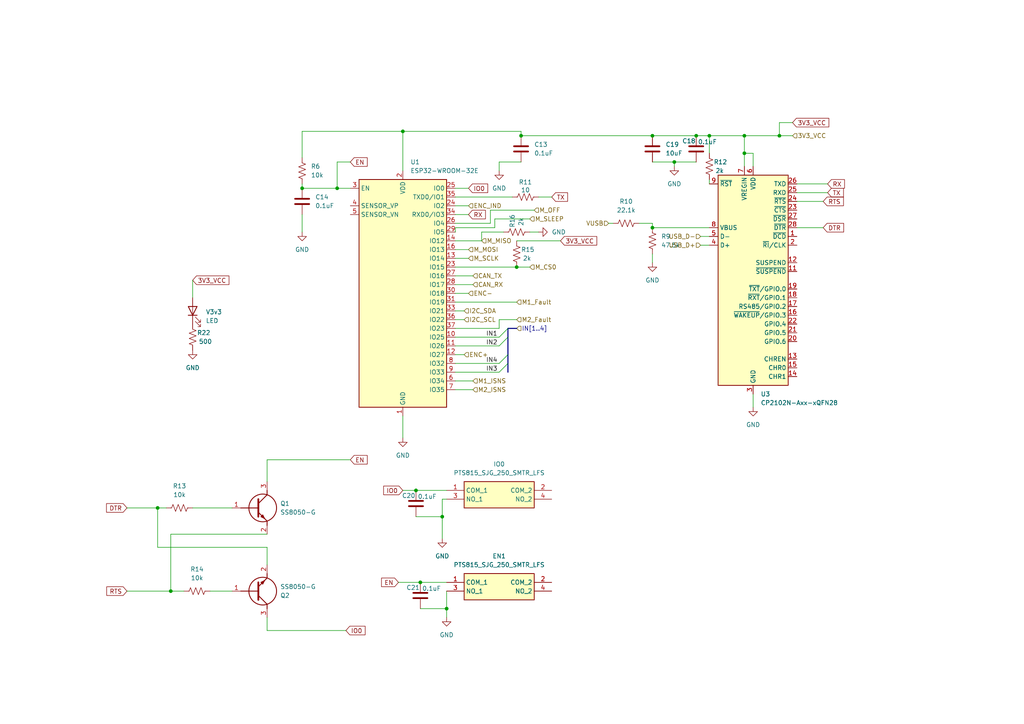
<source format=kicad_sch>
(kicad_sch (version 20231120) (generator "eeschema") (generator_version "8.0")
  (paper "A4")
  (lib_symbols
    (symbol "Device:C" (pin_numbers hide) (pin_names (offset 0.254))
      (property "Reference" "C" (at 0.635 2.54 0))
      (property "Value" "C" (at 0.635 -2.54 0))
      (symbol "C_0_1"
        (polyline (pts (xy -2.032 -0.762) (xy 2.032 -0.762)) (stroke (width 0.508)))
        (polyline (pts (xy -2.032 0.762) (xy 2.032 0.762)) (stroke (width 0.508)))
      )
      (symbol "C_1_1"
        (pin passive line (at 0 3.81 270) (length 2.794) (name "~") (number "1"))
        (pin passive line (at 0 -3.81 90) (length 2.794) (name "~") (number "2"))
      )
    )
    (symbol "Device:LED" (pin_numbers hide) (pin_names (offset 1.016) hide)
      (property "Reference" "D" (at 0 2.54 0))
      (property "Value" "LED" (at 0 -2.54 0))
      (symbol "LED_0_1"
        (polyline (pts (xy -1.27 -1.27) (xy -1.27 1.27)) (stroke (width 0.254)))
        (polyline (pts (xy -1.27 0) (xy 1.27 0)))
        (polyline (pts (xy 1.27 -1.27) (xy 1.27 1.27) (xy -1.27 0) (xy 1.27 -1.27)) (stroke (width 0.254)))
        (polyline (pts (xy -3.048 -0.762) (xy -4.572 -2.286) (xy -3.81 -2.286) (xy -4.572 -2.286) (xy -4.572 -1.524)))
        (polyline (pts (xy -1.778 -0.762) (xy -3.302 -2.286) (xy -2.54 -2.286) (xy -3.302 -2.286) (xy -3.302 -1.524)))
      )
      (symbol "LED_1_1"
        (pin passive line (at -3.81 0 0) (length 2.54) (name "K") (number "1"))
        (pin passive line (at 3.81 0 180) (length 2.54) (name "A") (number "2"))
      )
    )
    (symbol "Device:R_US" (pin_numbers hide) (pin_names (offset 0))
      (property "Reference" "R" (at 2.54 0 90))
      (property "Value" "R_US" (at -2.54 0 90))
      (symbol "R_US_0_1"
        (polyline (pts (xy 0 -2.286) (xy 0 -2.54)))
        (polyline (pts (xy 0 2.286) (xy 0 2.54)))
        (polyline (pts (xy 0 -0.762) (xy 1.016 -1.143) (xy 0 -1.524) (xy -1.016 -1.905) (xy 0 -2.286)))
        (polyline (pts (xy 0 0.762) (xy 1.016 0.381) (xy 0 0) (xy -1.016 -0.381) (xy 0 -0.762)))
        (polyline (pts (xy 0 2.286) (xy 1.016 1.905) (xy 0 1.524) (xy -1.016 1.143) (xy 0 0.762)))
      )
      (symbol "R_US_1_1"
        (pin passive line (at 0 3.81 270) (length 1.27) (name "~") (number "1"))
        (pin passive line (at 0 -3.81 90) (length 1.27) (name "~") (number "2"))
      )
    )
    (symbol "Interface_USB:CP2102N-Axx-xQFN28"
      (property "Reference" "U" (at -8.89 31.75 0))
      (property "Value" "CP2102N-Axx-xQFN28" (at 12.7 31.75 0))
      (symbol "CP2102N-Axx-xQFN28_0_1"
        (rectangle (start -10.16 30.48) (end 10.16 -30.48) (stroke (width 0.254)) (fill (type background)))
      )
      (symbol "CP2102N-Axx-xQFN28_1_1"
        (pin input line (at 12.7 12.7 180) (length 2.54) (name "~{DCD}") (number "1"))
        (pin no_connect line (at -10.16 -27.94 0) (length 2.54) hide (name "NC") (number "10"))
        (pin output line (at 12.7 2.54 180) (length 2.54) (name "~{SUSPEND}") (number "11"))
        (pin output line (at 12.7 5.08 180) (length 2.54) (name "SUSPEND") (number "12"))
        (pin output line (at 12.7 -22.86 180) (length 2.54) (name "CHREN") (number "13"))
        (pin output line (at 12.7 -27.94 180) (length 2.54) (name "CHR1") (number "14"))
        (pin output line (at 12.7 -25.4 180) (length 2.54) (name "CHR0") (number "15"))
        (pin bidirectional line (at 12.7 -10.16 180) (length 2.54) (name "~{WAKEUP}/GPIO.3") (number "16"))
        (pin bidirectional line (at 12.7 -7.62 180) (length 2.54) (name "RS485/GPIO.2") (number "17"))
        (pin bidirectional line (at 12.7 -5.08 180) (length 2.54) (name "~{RXT}/GPIO.1") (number "18"))
        (pin bidirectional line (at 12.7 -2.54 180) (length 2.54) (name "~{TXT}/GPIO.0") (number "19"))
        (pin bidirectional line (at 12.7 10.16 180) (length 2.54) (name "~{RI}/CLK") (number "2"))
        (pin bidirectional line (at 12.7 -17.78 180) (length 2.54) (name "GPIO.6") (number "20"))
        (pin bidirectional line (at 12.7 -15.24 180) (length 2.54) (name "GPIO.5") (number "21"))
        (pin bidirectional line (at 12.7 -12.7 180) (length 2.54) (name "GPIO.4") (number "22"))
        (pin input line (at 12.7 20.32 180) (length 2.54) (name "~{CTS}") (number "23"))
        (pin output line (at 12.7 22.86 180) (length 2.54) (name "~{RTS}") (number "24"))
        (pin input line (at 12.7 25.4 180) (length 2.54) (name "RXD") (number "25"))
        (pin output line (at 12.7 27.94 180) (length 2.54) (name "TXD") (number "26"))
        (pin input line (at 12.7 17.78 180) (length 2.54) (name "~{DSR}") (number "27"))
        (pin output line (at 12.7 15.24 180) (length 2.54) (name "~{DTR}") (number "28"))
        (pin passive line (at 0 -33.02 90) (length 2.54) hide (name "GND") (number "29"))
        (pin power_in line (at 0 -33.02 90) (length 2.54) (name "GND") (number "3"))
        (pin bidirectional line (at -12.7 10.16 0) (length 2.54) (name "D+") (number "4"))
        (pin bidirectional line (at -12.7 12.7 0) (length 2.54) (name "D-") (number "5"))
        (pin power_in line (at 0 33.02 270) (length 2.54) (name "VDD") (number "6"))
        (pin power_in line (at -2.54 33.02 270) (length 2.54) (name "VREGIN") (number "7"))
        (pin input line (at -12.7 15.24 0) (length 2.54) (name "VBUS") (number "8"))
        (pin input line (at -12.7 27.94 0) (length 2.54) (name "~{RST}") (number "9"))
      )
    )
    (symbol "RF_Module:ESP32-WROOM-32E"
      (property "Reference" "U" (at -12.7 34.29 0))
      (property "Value" "ESP32-WROOM-32E" (at 1.27 34.29 0))
      (symbol "ESP32-WROOM-32E_0_1"
        (rectangle (start -12.7 33.02) (end 12.7 -33.02) (stroke (width 0.254)) (fill (type background)))
      )
      (symbol "ESP32-WROOM-32E_1_1"
        (pin power_in line (at 0 -35.56 90) (length 2.54) (name "GND") (number "1"))
        (pin bidirectional line (at 15.24 -12.7 180) (length 2.54) (name "IO25") (number "10"))
        (pin bidirectional line (at 15.24 -15.24 180) (length 2.54) (name "IO26") (number "11"))
        (pin bidirectional line (at 15.24 -17.78 180) (length 2.54) (name "IO27") (number "12"))
        (pin bidirectional line (at 15.24 10.16 180) (length 2.54) (name "IO14") (number "13"))
        (pin bidirectional line (at 15.24 15.24 180) (length 2.54) (name "IO12") (number "14"))
        (pin passive line (at 0 -35.56 90) (length 2.54) hide (name "GND") (number "15"))
        (pin bidirectional line (at 15.24 12.7 180) (length 2.54) (name "IO13") (number "16"))
        (pin no_connect line (at -12.7 -5.08 0) (length 2.54) hide (name "NC") (number "17"))
        (pin no_connect line (at -12.7 -7.62 0) (length 2.54) hide (name "NC") (number "18"))
        (pin no_connect line (at -12.7 -12.7 0) (length 2.54) hide (name "NC") (number "19"))
        (pin power_in line (at 0 35.56 270) (length 2.54) (name "VDD") (number "2"))
        (pin no_connect line (at -12.7 -10.16 0) (length 2.54) hide (name "NC") (number "20"))
        (pin no_connect line (at -12.7 0 0) (length 2.54) hide (name "NC") (number "21"))
        (pin no_connect line (at -12.7 -2.54 0) (length 2.54) hide (name "NC") (number "22"))
        (pin bidirectional line (at 15.24 7.62 180) (length 2.54) (name "IO15") (number "23"))
        (pin bidirectional line (at 15.24 25.4 180) (length 2.54) (name "IO2") (number "24"))
        (pin bidirectional line (at 15.24 30.48 180) (length 2.54) (name "IO0") (number "25"))
        (pin bidirectional line (at 15.24 20.32 180) (length 2.54) (name "IO4") (number "26"))
        (pin bidirectional line (at 15.24 5.08 180) (length 2.54) (name "IO16") (number "27"))
        (pin bidirectional line (at 15.24 2.54 180) (length 2.54) (name "IO17") (number "28"))
        (pin bidirectional line (at 15.24 17.78 180) (length 2.54) (name "IO5") (number "29"))
        (pin input line (at -15.24 30.48 0) (length 2.54) (name "EN") (number "3"))
        (pin bidirectional line (at 15.24 0 180) (length 2.54) (name "IO18") (number "30"))
        (pin bidirectional line (at 15.24 -2.54 180) (length 2.54) (name "IO19") (number "31"))
        (pin no_connect line (at -12.7 -27.94 0) (length 2.54) hide (name "NC") (number "32"))
        (pin bidirectional line (at 15.24 -5.08 180) (length 2.54) (name "IO21") (number "33"))
        (pin bidirectional line (at 15.24 22.86 180) (length 2.54) (name "RXD0/IO3") (number "34"))
        (pin bidirectional line (at 15.24 27.94 180) (length 2.54) (name "TXD0/IO1") (number "35"))
        (pin bidirectional line (at 15.24 -7.62 180) (length 2.54) (name "IO22") (number "36"))
        (pin bidirectional line (at 15.24 -10.16 180) (length 2.54) (name "IO23") (number "37"))
        (pin passive line (at 0 -35.56 90) (length 2.54) hide (name "GND") (number "38"))
        (pin passive line (at 0 -35.56 90) (length 2.54) hide (name "GND") (number "39"))
        (pin input line (at -15.24 25.4 0) (length 2.54) (name "SENSOR_VP") (number "4"))
        (pin input line (at -15.24 22.86 0) (length 2.54) (name "SENSOR_VN") (number "5"))
        (pin input line (at 15.24 -25.4 180) (length 2.54) (name "IO34") (number "6"))
        (pin input line (at 15.24 -27.94 180) (length 2.54) (name "IO35") (number "7"))
        (pin bidirectional line (at 15.24 -20.32 180) (length 2.54) (name "IO32") (number "8"))
        (pin bidirectional line (at 15.24 -22.86 180) (length 2.54) (name "IO33") (number "9"))
      )
    )
    (symbol "SamacSys_Parts:PTS815_SJG_250_SMTR_LFS"
      (property "Reference" "S" (at 26.67 7.62 0))
      (property "Value" "PTS815_SJG_250_SMTR_LFS" (at 26.67 5.08 0))
      (symbol "PTS815_SJG_250_SMTR_LFS_1_1"
        (rectangle (start 5.08 2.54) (end 25.4 -5.08) (stroke (width 0.254)) (fill (type background)))
        (pin passive line (at 0 0 0) (length 5.08) (name "COM_1") (number "1"))
        (pin passive line (at 30.48 0 180) (length 5.08) (name "COM_2") (number "2"))
        (pin passive line (at 0 -2.54 0) (length 5.08) (name "NO_1") (number "3"))
        (pin passive line (at 30.48 -2.54 180) (length 5.08) (name "NO_2") (number "4"))
      )
    )
    (symbol "SamacSys_Parts:SS8050-G" (pin_names hide)
      (property "Reference" "Q" (at 13.97 1.27 0))
      (property "Value" "SS8050-G" (at 13.97 -1.27 0))
      (symbol "SS8050-G_1_1"
        (polyline (pts (xy 2.54 0) (xy 7.62 0)) (stroke (width 0.254)))
        (polyline (pts (xy 7.62 -1.27) (xy 10.16 -3.81)) (stroke (width 0.254)))
        (polyline (pts (xy 7.62 1.27) (xy 10.16 3.81)) (stroke (width 0.254)))
        (polyline (pts (xy 7.62 2.54) (xy 7.62 -2.54)) (stroke (width 0.508)))
        (polyline (pts (xy 10.16 -3.81) (xy 10.16 -5.08)) (stroke (width 0.254)))
        (polyline (pts (xy 10.16 3.81) (xy 10.16 5.08)) (stroke (width 0.254)))
        (polyline (pts (xy 8.382 -2.54) (xy 8.89 -2.032) (xy 9.398 -3.048) (xy 8.382 -2.54)) (stroke (width 0.254)) (fill (type outline)))
        (circle (center 8.89 0) (radius 4.016) (stroke (width 0.254)))
        (pin passive line (at 0 0 0) (length 2.54) (name "B") (number "1"))
        (pin passive line (at 10.16 -7.62 90) (length 2.54) (name "E") (number "2"))
        (pin passive line (at 10.16 7.62 270) (length 2.54) (name "C") (number "3"))
      )
    )
    (symbol "power:GND" (power) (pin_names (offset 0))
      (property "Value" "GND" (at 0 -3.81 0))
      (symbol "GND_0_1"
        (polyline (pts (xy 0 0) (xy 0 -1.27) (xy 1.27 -1.27) (xy 0 -2.54) (xy -1.27 -1.27) (xy 0 -1.27)))
      )
      (symbol "GND_1_1"
        (pin power_in line (at 0 0 270) (length 0) hide (name "GND") (number "1"))
      )
    )
  )
  (junction (at 116.84 38.1))
  (junction (at 129.54 176.53))
  (junction (at 87.63 54.61))
  (junction (at 215.9 39.37))
  (junction (at 128.27 149.86))
  (junction (at 149.86 77.47))
  (junction (at 151.13 39.37))
  (junction (at 45.72 147.32))
  (junction (at 121.92 168.91))
  (junction (at 201.93 39.37))
  (junction (at 189.23 66.04))
  (junction (at 49.53 171.45))
  (junction (at 215.9 44.45))
  (junction (at 226.06 39.37))
  (junction (at 205.74 39.37))
  (junction (at 120.65 142.24))
  (junction (at 97.79 54.61))
  (junction (at 189.23 39.37))
  (junction (at 195.58 46.99))
  (bus_entry (at 147.32 95.25) (size -2.54 2.54))
  (bus_entry (at 147.32 97.79) (size -2.54 2.54))
  (bus_entry (at 147.32 105.41) (size -2.54 2.54))
  (bus_entry (at 147.32 102.87) (size -2.54 2.54))
  (wire (pts (xy 132.08 95.25) (xy 144.78 95.25)))
  (wire (pts (xy 132.08 107.95) (xy 144.78 107.95)))
  (wire (pts (xy 176.53 64.77) (xy 177.8 64.77)))
  (wire (pts (xy 144.78 95.25) (xy 144.78 92.71)))
  (wire (pts (xy 142.24 64.77) (xy 142.24 60.96)))
  (wire (pts (xy 77.47 139.7) (xy 77.47 133.35)))
  (wire (pts (xy 229.87 39.37) (xy 226.06 39.37)))
  (wire (pts (xy 120.65 149.86) (xy 128.27 149.86)))
  (wire (pts (xy 189.23 64.77) (xy 189.23 66.04)))
  (wire (pts (xy 132.08 87.63) (xy 149.86 87.63)))
  (wire (pts (xy 203.2 68.58) (xy 205.74 68.58)))
  (wire (pts (xy 149.86 77.47) (xy 153.67 77.47)))
  (wire (pts (xy 231.14 53.34) (xy 240.03 53.34)))
  (wire (pts (xy 87.63 38.1) (xy 116.84 38.1)))
  (wire (pts (xy 132.08 92.71) (xy 134.62 92.71)))
  (wire (pts (xy 49.53 171.45) (xy 53.34 171.45)))
  (wire (pts (xy 185.42 64.77) (xy 189.23 64.77)))
  (wire (pts (xy 153.67 67.31) (xy 156.21 67.31)))
  (wire (pts (xy 128.27 156.21) (xy 128.27 149.86)))
  (wire (pts (xy 189.23 73.66) (xy 189.23 76.2)))
  (wire (pts (xy 144.78 46.99) (xy 151.13 46.99)))
  (wire (pts (xy 36.83 171.45) (xy 49.53 171.45)))
  (wire (pts (xy 121.92 176.53) (xy 129.54 176.53)))
  (wire (pts (xy 36.83 147.32) (xy 45.72 147.32)))
  (wire (pts (xy 215.9 39.37) (xy 205.74 39.37)))
  (wire (pts (xy 132.08 64.77) (xy 142.24 64.77)))
  (wire (pts (xy 143.51 63.5) (xy 143.51 66.04)))
  (wire (pts (xy 143.51 66.04) (xy 132.08 66.04)))
  (wire (pts (xy 205.74 52.07) (xy 205.74 53.34)))
  (wire (pts (xy 128.27 144.78) (xy 129.54 144.78)))
  (wire (pts (xy 132.08 100.33) (xy 144.78 100.33)))
  (wire (pts (xy 218.44 44.45) (xy 215.9 44.45)))
  (wire (pts (xy 132.08 90.17) (xy 134.62 90.17)))
  (wire (pts (xy 77.47 154.94) (xy 49.53 154.94)))
  (wire (pts (xy 115.57 168.91) (xy 121.92 168.91)))
  (wire (pts (xy 156.21 57.15) (xy 160.02 57.15)))
  (wire (pts (xy 45.72 147.32) (xy 48.26 147.32)))
  (wire (pts (xy 129.54 171.45) (xy 129.54 176.53)))
  (wire (pts (xy 97.79 54.61) (xy 101.6 54.61)))
  (wire (pts (xy 231.14 55.88) (xy 240.03 55.88)))
  (wire (pts (xy 55.88 81.28) (xy 55.88 86.36)))
  (wire (pts (xy 151.13 39.37) (xy 151.13 38.1)))
  (wire (pts (xy 60.96 171.45) (xy 67.31 171.45)))
  (wire (pts (xy 77.47 158.75) (xy 45.72 158.75)))
  (wire (pts (xy 116.84 38.1) (xy 151.13 38.1)))
  (wire (pts (xy 132.08 66.04) (xy 132.08 67.31)))
  (wire (pts (xy 101.6 46.99) (xy 97.79 46.99)))
  (wire (pts (xy 215.9 39.37) (xy 215.9 44.45)))
  (wire (pts (xy 121.92 168.91) (xy 129.54 168.91)))
  (wire (pts (xy 77.47 163.83) (xy 77.47 158.75)))
  (wire (pts (xy 189.23 66.04) (xy 205.74 66.04)))
  (wire (pts (xy 120.65 142.24) (xy 129.54 142.24)))
  (wire (pts (xy 226.06 39.37) (xy 226.06 35.56)))
  (wire (pts (xy 205.74 39.37) (xy 205.74 44.45)))
  (wire (pts (xy 116.84 38.1) (xy 116.84 49.53)))
  (wire (pts (xy 189.23 39.37) (xy 151.13 39.37)))
  (wire (pts (xy 55.88 147.32) (xy 67.31 147.32)))
  (wire (pts (xy 153.67 63.5) (xy 143.51 63.5)))
  (wire (pts (xy 49.53 154.94) (xy 49.53 171.45)))
  (wire (pts (xy 132.08 97.79) (xy 144.78 97.79)))
  (wire (pts (xy 132.08 105.41) (xy 144.78 105.41)))
  (wire (pts (xy 189.23 39.37) (xy 201.93 39.37)))
  (wire (pts (xy 132.08 72.39) (xy 135.89 72.39)))
  (wire (pts (xy 144.78 92.71) (xy 149.86 92.71)))
  (wire (pts (xy 132.08 80.01) (xy 137.16 80.01)))
  (bus (pts (xy 147.32 105.41) (xy 147.32 107.95)))
  (wire (pts (xy 116.84 142.24) (xy 120.65 142.24)))
  (wire (pts (xy 45.72 158.75) (xy 45.72 147.32)))
  (wire (pts (xy 142.24 60.96) (xy 154.94 60.96)))
  (wire (pts (xy 132.08 102.87) (xy 134.62 102.87)))
  (wire (pts (xy 132.08 62.23) (xy 135.89 62.23)))
  (wire (pts (xy 132.08 85.09) (xy 135.89 85.09)))
  (wire (pts (xy 128.27 149.86) (xy 128.27 144.78)))
  (wire (pts (xy 226.06 39.37) (xy 215.9 39.37)))
  (wire (pts (xy 132.08 74.93) (xy 135.89 74.93)))
  (wire (pts (xy 132.08 57.15) (xy 148.59 57.15)))
  (wire (pts (xy 132.08 113.03) (xy 137.16 113.03)))
  (wire (pts (xy 215.9 44.45) (xy 215.9 48.26)))
  (wire (pts (xy 231.14 66.04) (xy 238.76 66.04)))
  (wire (pts (xy 116.84 120.65) (xy 116.84 127)))
  (wire (pts (xy 132.08 59.69) (xy 135.89 59.69)))
  (wire (pts (xy 87.63 54.61) (xy 97.79 54.61)))
  (wire (pts (xy 218.44 48.26) (xy 218.44 44.45)))
  (wire (pts (xy 144.78 46.99) (xy 144.78 49.53)))
  (wire (pts (xy 132.08 69.85) (xy 139.7 69.85)))
  (wire (pts (xy 195.58 46.99) (xy 201.93 46.99)))
  (wire (pts (xy 189.23 46.99) (xy 195.58 46.99)))
  (wire (pts (xy 129.54 176.53) (xy 129.54 179.07)))
  (wire (pts (xy 77.47 182.88) (xy 100.33 182.88)))
  (wire (pts (xy 149.86 69.85) (xy 162.56 69.85)))
  (wire (pts (xy 231.14 58.42) (xy 238.76 58.42)))
  (wire (pts (xy 205.74 39.37) (xy 201.93 39.37)))
  (bus (pts (xy 147.32 95.25) (xy 147.32 97.79)))
  (wire (pts (xy 97.79 46.99) (xy 97.79 54.61)))
  (bus (pts (xy 147.32 102.87) (xy 147.32 105.41)))
  (wire (pts (xy 132.08 110.49) (xy 137.16 110.49)))
  (wire (pts (xy 203.2 71.12) (xy 205.74 71.12)))
  (bus (pts (xy 147.32 97.79) (xy 147.32 102.87)))
  (wire (pts (xy 226.06 35.56) (xy 229.87 35.56)))
  (bus (pts (xy 149.86 95.25) (xy 147.32 95.25)))
  (wire (pts (xy 77.47 133.35) (xy 101.6 133.35)))
  (wire (pts (xy 139.7 69.85) (xy 139.7 67.31)))
  (wire (pts (xy 139.7 67.31) (xy 146.05 67.31)))
  (wire (pts (xy 132.08 54.61) (xy 135.89 54.61)))
  (wire (pts (xy 132.08 77.47) (xy 149.86 77.47)))
  (wire (pts (xy 195.58 46.99) (xy 195.58 48.26)))
  (wire (pts (xy 87.63 45.72) (xy 87.63 38.1)))
  (wire (pts (xy 77.47 179.07) (xy 77.47 182.88)))
  (wire (pts (xy 87.63 62.23) (xy 87.63 67.31)))
  (wire (pts (xy 87.63 53.34) (xy 87.63 54.61)))
  (wire (pts (xy 132.08 82.55) (xy 137.16 82.55)))
  (wire (pts (xy 218.44 114.3) (xy 218.44 118.11)))
  (label "IN2" (at 140.97 100.33 0))
  (label "IN1" (at 140.97 97.79 0))
  (label "IN3" (at 140.97 107.95 0))
  (label "IN4" (at 140.97 105.41 0))
  (global_label "IO0" (shape input) (at 135.89 54.61 0) (property "Intersheetrefs" "${INTERSHEET_REFS}" (effects (hide yes))))
  (global_label "DTR" (shape input) (at 238.76 66.04 0) (property "Intersheetrefs" "${INTERSHEET_REFS}" (effects (hide yes))))
  (global_label "RTS" (shape input) (at 238.76 58.42 0) (property "Intersheetrefs" "${INTERSHEET_REFS}" (effects (hide yes))))
  (global_label "EN" (shape input) (at 101.6 46.99 0) (property "Intersheetrefs" "${INTERSHEET_REFS}" (effects (hide yes))))
  (global_label "EN" (shape input) (at 101.6 133.35 0) (property "Intersheetrefs" "${INTERSHEET_REFS}" (effects (hide yes))))
  (global_label "3V3_VCC" (shape input) (at 229.87 35.56 0) (property "Intersheetrefs" "${INTERSHEET_REFS}" (effects (hide yes))))
  (global_label "RTS" (shape input) (at 36.83 171.45 180) (property "Intersheetrefs" "${INTERSHEET_REFS}" (effects (hide yes))))
  (global_label "3V3_VCC" (shape input) (at 55.88 81.28 0) (property "Intersheetrefs" "${INTERSHEET_REFS}" (effects (hide yes))))
  (global_label "IO0" (shape input) (at 116.84 142.24 180) (property "Intersheetrefs" "${INTERSHEET_REFS}" (effects (hide yes))))
  (global_label "IO0" (shape input) (at 100.33 182.88 0) (property "Intersheetrefs" "${INTERSHEET_REFS}" (effects (hide yes))))
  (global_label "3V3_VCC" (shape input) (at 162.56 69.85 0) (property "Intersheetrefs" "${INTERSHEET_REFS}" (effects (hide yes))))
  (global_label "EN" (shape input) (at 115.57 168.91 180) (property "Intersheetrefs" "${INTERSHEET_REFS}" (effects (hide yes))))
  (global_label "RX" (shape input) (at 240.03 53.34 0) (property "Intersheetrefs" "${INTERSHEET_REFS}" (effects (hide yes))))
  (global_label "RX" (shape input) (at 135.89 62.23 0) (property "Intersheetrefs" "${INTERSHEET_REFS}" (effects (hide yes))))
  (global_label "DTR" (shape input) (at 36.83 147.32 180) (property "Intersheetrefs" "${INTERSHEET_REFS}" (effects (hide yes))))
  (global_label "TX" (shape input) (at 160.02 57.15 0) (property "Intersheetrefs" "${INTERSHEET_REFS}" (effects (hide yes))))
  (global_label "TX" (shape input) (at 240.03 55.88 0) (property "Intersheetrefs" "${INTERSHEET_REFS}" (effects (hide yes))))
  (hierarchical_label "M_OFF" (shape input) (at 154.94 60.96 0))
  (hierarchical_label "CAN_TX" (shape input) (at 137.16 80.01 0))
  (hierarchical_label "M_SLEEP" (shape input) (at 153.67 63.5 0))
  (hierarchical_label "I2C_SDA" (shape input) (at 134.62 90.17 0))
  (hierarchical_label "CAN_RX" (shape input) (at 137.16 82.55 0))
  (hierarchical_label "M_CS0" (shape input) (at 153.67 77.47 0))
  (hierarchical_label "USB_D-" (shape input) (at 203.2 68.58 180))
  (hierarchical_label "I2C_SCL" (shape input) (at 134.62 92.71 0))
  (hierarchical_label "M_SCLK" (shape input) (at 135.89 74.93 0))
  (hierarchical_label "M1_Fault" (shape input) (at 149.86 87.63 0))
  (hierarchical_label "M2_ISNS" (shape input) (at 137.16 113.03 0))
  (hierarchical_label "M1_ISNS" (shape input) (at 137.16 110.49 0))
  (hierarchical_label "ENC+" (shape input) (at 134.62 102.87 0))
  (hierarchical_label "USB_D+" (shape input) (at 203.2 71.12 180))
  (hierarchical_label "ENC_IND" (shape input) (at 135.89 59.69 0))
  (hierarchical_label "ENC-" (shape input) (at 135.89 85.09 0))
  (hierarchical_label "M2_Fault" (shape input) (at 149.86 92.71 0))
  (hierarchical_label "3V3_VCC" (shape input) (at 229.87 39.37 0))
  (hierarchical_label "VUSB" (shape input) (at 176.53 64.77 180))
  (hierarchical_label "M_MISO" (shape input) (at 139.7 69.85 0))
  (hierarchical_label "M_MOSI" (shape input) (at 135.89 72.39 0))
  (hierarchical_label "IN[1..4]" (shape input) (at 149.86 95.25 0))
  (symbol (lib_id "power:GND") (at 156.21 67.31 90) (unit 1)
    (property "Reference" "#PWR026" (effects (hide yes)))
    (property "Value" "GND" (at 160.02 67.3099 90) (effects (justify right)))
  )
  (symbol (lib_id "Device:R_US") (at 149.86 73.66 180) (unit 1)
    (property "Reference" "R15" (at 151.13 72.39 0) (effects (justify right)))
    (property "Value" "2k" (at 151.638 74.93 0) (effects (justify right)))
    (property "Footprint" "Resistor_SMD:R_0603_1608Metric" (effects (hide yes)))
    (property "Description" "Resistor, US symbol" (effects (hide yes)))
    (property "LCSC" "C217936" (effects (hide yes)))
    (property "LCSC Part" "C217936" (effects (hide yes)))
    (property "LCSC Part Number" "C217936" (effects (hide yes)))
  )
  (symbol (lib_id "Device:R_US") (at 87.63 49.53 0) (unit 1)
    (property "Reference" "R6" (at 90.17 48.2599 0) (effects (justify left)))
    (property "Value" "10k" (at 90.17 50.7999 0) (effects (justify left)))
    (property "Footprint" "Resistor_SMD:R_0603_1608Metric" (effects (hide yes)))
    (property "Description" "Resistor, US symbol" (effects (hide yes)))
    (property "LCSC" "C469659" (effects (hide yes)))
    (property "LCSC Part" "C469659" (effects (hide yes)))
    (property "LCSC Part Number" "C469659" (effects (hide yes)))
  )
  (symbol (lib_id "power:GND") (at 195.58 48.26 0) (unit 1)
    (property "Reference" "#PWR024" (effects (hide yes)))
    (property "Value" "GND" (at 195.58 53.34 0))
  )
  (symbol (lib_id "Device:R_US") (at 205.74 48.26 180) (unit 1)
    (property "Reference" "R12" (at 207.01 46.99 0) (effects (justify right)))
    (property "Value" "2k" (at 207.518 49.53 0) (effects (justify right)))
    (property "Footprint" "Resistor_SMD:R_0603_1608Metric" (effects (hide yes)))
    (property "Description" "Resistor, US symbol" (effects (hide yes)))
    (property "LCSC" "C217936" (effects (hide yes)))
    (property "LCSC Part" "C217936" (effects (hide yes)))
    (property "LCSC Part Number" "C217936" (effects (hide yes)))
  )
  (symbol (lib_id "SamacSys_Parts:SS8050-G") (at 67.31 171.45 0) (mirror x) (unit 1)
    (property "Reference" "Q2" (at 81.28 172.7201 0) (effects (justify left)))
    (property "Value" "SS8050-G" (at 81.28 170.1801 0) (effects (justify left)))
    (property "Footprint" "SOT95P240X115-3N" (effects (hide yes)))
    (property "Datasheet" "https://datasheet.datasheetarchive.com/originals/distributors/DKDS-12/229454.pdf" (effects (hide yes)))
    (property "Description" "Bipolar Transistors - BJT NPN TRANSISTOR 1.5A 40V" (effects (hide yes)))
    (property "Height" "1.15" (effects (hide yes)))
    (property "Mouser Part Number" "750-SS8050-G" (effects (hide yes)))
    (property "Mouser Price/Stock" "https://www.mouser.co.uk/ProductDetail/Comchip-Technology/SS8050-G?qs=LLUE9lz1YbcHg%252BWLMAtcrQ%3D%3D" (effects (hide yes)))
    (property "Manufacturer_Name" "Comchip Technology" (effects (hide yes)))
    (property "Manufacturer_Part_Number" "SS8050-G" (effects (hide yes)))
    (property "LCSC" "C916392" (effects (hide yes)))
    (property "LCSC Part" "C916392" (effects (hide yes)))
    (property "LCSC Part Number" "C916392" (effects (hide yes)))
  )
  (symbol (lib_id "Device:C") (at 151.13 43.18 0) (unit 1)
    (property "Reference" "C13" (at 154.94 41.9099 0) (effects (justify left)))
    (property "Value" "0.1uF" (at 154.94 44.4499 0) (effects (justify left)))
    (property "Footprint" "Capacitor_SMD:C_0603_1608Metric" (effects (hide yes)))
    (property "Description" "Unpolarized capacitor" (effects (hide yes)))
    (property "LCSC" "C2929200" (effects (hide yes)))
    (property "LCSC Part Number" "C2929200" (effects (hide yes)))
    (property "LCSC Part" "C2929200" (effects (hide yes)))
  )
  (symbol (lib_id "power:GND") (at 189.23 76.2 0) (unit 1)
    (property "Reference" "#PWR023" (effects (hide yes)))
    (property "Value" "GND" (at 189.23 81.28 0))
  )
  (symbol (lib_id "Device:R_US") (at 181.61 64.77 270) (unit 1)
    (property "Reference" "R10" (at 181.61 58.42 90))
    (property "Value" "22.1k" (at 181.61 60.96 90))
    (property "Footprint" "Resistor_SMD:R_0603_1608Metric" (effects (hide yes)))
    (property "Description" "Resistor, US symbol" (effects (hide yes)))
    (property "LCSC" "C2989573" (effects (hide yes)))
    (property "LCSC Part" "C2989573" (effects (hide yes)))
    (property "LCSC Part Number" "C2989573" (effects (hide yes)))
  )
  (symbol (lib_id "Device:R_US") (at 189.23 69.85 0) (unit 1)
    (property "Reference" "R9" (at 191.77 68.5799 0) (effects (justify left)))
    (property "Value" "47.5k" (at 191.77 71.1199 0) (effects (justify left)))
    (property "Footprint" "Resistor_SMD:R_0603_1608Metric" (effects (hide yes)))
    (property "Description" "Resistor, US symbol" (effects (hide yes)))
    (property "LCSC" "C319608" (effects (hide yes)))
    (property "LCSC Part" "C319608" (effects (hide yes)))
    (property "LCSC Part Number" "C319608" (effects (hide yes)))
  )
  (symbol (lib_id "Device:C") (at 201.93 43.18 0) (unit 1)
    (property "Reference" "C18" (at 197.866 40.894 0) (effects (justify left)))
    (property "Value" "0.1uF" (at 202.438 41.148 0) (effects (justify left)))
    (property "Footprint" "Capacitor_SMD:C_0603_1608Metric" (effects (hide yes)))
    (property "Description" "Unpolarized capacitor" (effects (hide yes)))
    (property "LCSC" "C2929200" (effects (hide yes)))
    (property "LCSC Part Number" "C2929200" (effects (hide yes)))
    (property "LCSC Part" "C2929200" (effects (hide yes)))
  )
  (symbol (lib_id "Device:R_US") (at 52.07 147.32 90) (unit 1)
    (property "Reference" "R13" (at 52.07 140.97 90))
    (property "Value" "10k" (at 52.07 143.51 90))
    (property "Footprint" "Resistor_SMD:R_0603_1608Metric" (effects (hide yes)))
    (property "Description" "Resistor, US symbol" (effects (hide yes)))
    (property "LCSC" "C469659" (effects (hide yes)))
    (property "LCSC Part" "C469659" (effects (hide yes)))
    (property "LCSC Part Number" "C469659" (effects (hide yes)))
  )
  (symbol (lib_id "Device:C") (at 87.63 58.42 0) (unit 1)
    (property "Reference" "C14" (at 91.44 57.1499 0) (effects (justify left)))
    (property "Value" "0.1uF" (at 91.44 59.6899 0) (effects (justify left)))
    (property "Footprint" "Capacitor_SMD:C_0603_1608Metric" (effects (hide yes)))
    (property "Description" "Unpolarized capacitor" (effects (hide yes)))
    (property "LCSC" "C2929200" (effects (hide yes)))
    (property "LCSC Part Number" "C2929200" (effects (hide yes)))
    (property "LCSC Part" "C2929200" (effects (hide yes)))
  )
  (symbol (lib_id "Device:R_US") (at 152.4 57.15 270) (unit 1)
    (property "Reference" "R11" (at 152.4 52.832 90))
    (property "Value" "10" (at 152.4 55.118 90))
    (property "Footprint" "Resistor_SMD:R_0603_1608Metric" (effects (hide yes)))
    (property "Description" "Resistor, US symbol" (effects (hide yes)))
    (property "LCSC" "C177687" (effects (hide yes)))
    (property "LCSC Part" "C177687" (effects (hide yes)))
    (property "LCSC Part Number" "C177687" (effects (hide yes)))
  )
  (symbol (lib_id "Device:R_US") (at 55.88 97.79 180) (unit 1)
    (property "Reference" "R22" (at 57.15 96.52 0) (effects (justify right)))
    (property "Value" "500" (at 57.658 99.06 0) (effects (justify right)))
    (property "Footprint" "Resistor_SMD:R_0603_1608Metric" (effects (hide yes)))
    (property "Description" "Resistor, US symbol" (effects (hide yes)))
    (property "LCSC" "C2989147" (effects (hide yes)))
    (property "LCSC Part" "C2989147" (effects (hide yes)))
    (property "LCSC Part Number" "C2989147" (effects (hide yes)))
  )
  (symbol (lib_id "SamacSys_Parts:SS8050-G") (at 67.31 147.32 0) (unit 1)
    (property "Reference" "Q1" (at 81.28 146.0499 0) (effects (justify left)))
    (property "Value" "SS8050-G" (at 81.28 148.5899 0) (effects (justify left)))
    (property "Footprint" "SOT95P240X115-3N" (effects (hide yes)))
    (property "Datasheet" "https://datasheet.datasheetarchive.com/originals/distributors/DKDS-12/229454.pdf" (effects (hide yes)))
    (property "Description" "Bipolar Transistors - BJT NPN TRANSISTOR 1.5A 40V" (effects (hide yes)))
    (property "Height" "1.15" (effects (hide yes)))
    (property "Mouser Part Number" "750-SS8050-G" (effects (hide yes)))
    (property "Mouser Price/Stock" "https://www.mouser.co.uk/ProductDetail/Comchip-Technology/SS8050-G?qs=LLUE9lz1YbcHg%252BWLMAtcrQ%3D%3D" (effects (hide yes)))
    (property "Manufacturer_Name" "Comchip Technology" (effects (hide yes)))
    (property "Manufacturer_Part_Number" "SS8050-G" (effects (hide yes)))
    (property "LCSC" "C916392" (effects (hide yes)))
    (property "LCSC Part" "C916392" (effects (hide yes)))
    (property "LCSC Part Number" "C916392" (effects (hide yes)))
  )
  (symbol (lib_id "Device:C") (at 120.65 146.05 0) (unit 1)
    (property "Reference" "C20" (at 116.586 143.764 0) (effects (justify left)))
    (property "Value" "0.1uF" (at 121.158 144.018 0) (effects (justify left)))
    (property "Footprint" "Capacitor_SMD:C_0603_1608Metric" (effects (hide yes)))
    (property "Description" "Unpolarized capacitor" (effects (hide yes)))
    (property "LCSC" "C2929200" (effects (hide yes)))
    (property "LCSC Part Number" "C2929200" (effects (hide yes)))
    (property "LCSC Part" "C2929200" (effects (hide yes)))
  )
  (symbol (lib_id "RF_Module:ESP32-WROOM-32E") (at 116.84 85.09 0) (unit 1)
    (property "Reference" "U1" (at 119.0341 46.99 0) (effects (justify left)))
    (property "Value" "ESP32-WROOM-32E" (at 119.0341 49.53 0) (effects (justify left)))
    (property "Footprint" "RF_Module:ESP32-WROOM-32D" (effects (hide yes)))
    (property "Datasheet" "https://www.espressif.com/sites/default/files/documentation/esp32-wroom-32e_esp32-wroom-32ue_datasheet_en.pdf" (effects (hide yes)))
    (property "Description" "RF Module, ESP32-D0WD-V3 SoC, without PSRAM, Wi-Fi 802.11b/g/n, Bluetooth, BLE, 32-bit, 2.7-3.6V, onboard antenna, SMD" (effects (hide yes)))
    (property "LCSC" "C701341" (effects (hide yes)))
    (property "LCSC Part" "C701341" (effects (hide yes)))
    (property "LCSC Part Number" "C701341" (effects (hide yes)))
  )
  (symbol (lib_id "power:GND") (at 218.44 118.11 0) (unit 1)
    (property "Reference" "#PWR025" (effects (hide yes)))
    (property "Value" "GND" (at 218.44 123.19 0))
  )
  (symbol (lib_id "power:GND") (at 129.54 179.07 0) (unit 1)
    (property "Reference" "#PWR028" (effects (hide yes)))
    (property "Value" "GND" (at 129.54 184.15 0))
  )
  (symbol (lib_id "Interface_USB:CP2102N-Axx-xQFN28") (at 218.44 81.28 0) (unit 1)
    (property "Reference" "U3" (at 220.6341 114.3 0) (effects (justify left)))
    (property "Value" "CP2102N-Axx-xQFN28" (at 220.6341 116.84 0) (effects (justify left)))
    (property "Footprint" "Package_DFN_QFN:QFN-28-1EP_5x5mm_P0.5mm_EP3.35x3.35mm" (effects (hide yes)))
    (property "Datasheet" "https://www.silabs.com/documents/public/data-sheets/cp2102n-datasheet.pdf" (effects (hide yes)))
    (property "Description" "USB to UART master bridge, QFN-28" (effects (hide yes)))
    (property "LCSC" "C964632" (effects (hide yes)))
    (property "LCSC Part" "C964632" (effects (hide yes)))
    (property "LCSC Part Number" "C964632" (effects (hide yes)))
  )
  (symbol (lib_id "Device:C") (at 189.23 43.18 0) (unit 1)
    (property "Reference" "C19" (at 193.04 41.9099 0) (effects (justify left)))
    (property "Value" "10uF" (at 193.04 44.4499 0) (effects (justify left)))
    (property "Footprint" "Capacitor_SMD:C_0603_1608Metric" (effects (hide yes)))
    (property "Description" "Unpolarized capacitor" (effects (hide yes)))
    (property "LCSC" "C96446" (effects (hide yes)))
    (property "LCSC Part Number" "C96446" (effects (hide yes)))
    (property "LCSC Part" "C96446" (effects (hide yes)))
  )
  (symbol (lib_id "power:GND") (at 128.27 156.21 0) (unit 1)
    (property "Reference" "#PWR027" (effects (hide yes)))
    (property "Value" "GND" (at 128.27 161.29 0))
  )
  (symbol (lib_id "SamacSys_Parts:PTS815_SJG_250_SMTR_LFS") (at 129.54 168.91 0) (unit 1)
    (property "Reference" "EN1" (at 144.78 161.29 0))
    (property "Value" "PTS815_SJG_250_SMTR_LFS" (at 144.78 163.83 0))
    (property "Footprint" "SamacSys_Parts:PTS815SJM250SMTRLFS" (effects (hide yes)))
    (property "Datasheet" "https://componentsearchengine.com/Datasheets/1/PTS815 SJG 250 SMTR LFS.pdf" (effects (hide yes)))
    (property "Description" "Tactile Switches Tact Switch, 12 VDC, 50 mA, 4.2x3.2, 2.5mm H, 400gf, J leads" (effects (hide yes)))
    (property "Height" "2.7" (effects (hide yes)))
    (property "Mouser Part Number" "611-PTS815SJG250SMTR" (effects (hide yes)))
    (property "Mouser Price/Stock" "https://www.mouser.co.uk/ProductDetail/CK/PTS815-SJG-250-SMTR-LFS?qs=ahcBuItHZ3yjoEmU1Oppnw%3D%3D" (effects (hide yes)))
    (property "Manufacturer_Name" "C & K COMPONENTS" (effects (hide yes)))
    (property "Manufacturer_Part_Number" "PTS815 SJG 250 SMTR LFS" (effects (hide yes)))
    (property "LCSC" "C411883" (effects (hide yes)))
    (property "LCSC Part" "C411883" (effects (hide yes)))
    (property "LCSC Part Number" "C411883" (effects (hide yes)))
  )
  (symbol (lib_id "power:GND") (at 144.78 49.53 0) (unit 1)
    (property "Reference" "#PWR016" (effects (hide yes)))
    (property "Value" "GND" (at 144.78 54.61 0))
  )
  (symbol (lib_id "Device:R_US") (at 57.15 171.45 90) (unit 1)
    (property "Reference" "R14" (at 57.15 165.1 90))
    (property "Value" "10k" (at 57.15 167.64 90))
    (property "Footprint" "Resistor_SMD:R_0603_1608Metric" (effects (hide yes)))
    (property "Description" "Resistor, US symbol" (effects (hide yes)))
    (property "LCSC" "C469659" (effects (hide yes)))
    (property "LCSC Part" "C469659" (effects (hide yes)))
    (property "LCSC Part Number" "C469659" (effects (hide yes)))
  )
  (symbol (lib_id "SamacSys_Parts:PTS815_SJG_250_SMTR_LFS") (at 129.54 142.24 0) (unit 1)
    (property "Reference" "IO0" (at 144.78 134.62 0))
    (property "Value" "PTS815_SJG_250_SMTR_LFS" (at 144.78 137.16 0))
    (property "Footprint" "SamacSys_Parts:PTS815SJM250SMTRLFS" (effects (hide yes)))
    (property "Datasheet" "https://componentsearchengine.com/Datasheets/1/PTS815 SJG 250 SMTR LFS.pdf" (effects (hide yes)))
    (property "Description" "Tactile Switches Tact Switch, 12 VDC, 50 mA, 4.2x3.2, 2.5mm H, 400gf, J leads" (effects (hide yes)))
    (property "Height" "2.7" (effects (hide yes)))
    (property "Mouser Part Number" "611-PTS815SJG250SMTR" (effects (hide yes)))
    (property "Mouser Price/Stock" "https://www.mouser.co.uk/ProductDetail/CK/PTS815-SJG-250-SMTR-LFS?qs=ahcBuItHZ3yjoEmU1Oppnw%3D%3D" (effects (hide yes)))
    (property "Manufacturer_Name" "C & K COMPONENTS" (effects (hide yes)))
    (property "Manufacturer_Part_Number" "PTS815 SJG 250 SMTR LFS" (effects (hide yes)))
    (property "LCSC" "C411883" (effects (hide yes)))
    (property "LCSC Part" "C411883" (effects (hide yes)))
    (property "LCSC Part Number" "C411883" (effects (hide yes)))
  )
  (symbol (lib_id "Device:R_US") (at 149.86 67.31 270) (unit 1)
    (property "Reference" "R16" (at 148.59 66.04 0) (effects (justify right)))
    (property "Value" "2k" (at 151.13 65.532 0) (effects (justify right)))
    (property "Footprint" "Resistor_SMD:R_0603_1608Metric" (effects (hide yes)))
    (property "Description" "Resistor, US symbol" (effects (hide yes)))
    (property "LCSC" "C217936" (effects (hide yes)))
    (property "LCSC Part" "C217936" (effects (hide yes)))
    (property "LCSC Part Number" "C217936" (effects (hide yes)))
  )
  (symbol (lib_id "Device:LED") (at 55.88 90.17 90) (unit 1)
    (property "Reference" "V3v3" (at 59.69 90.4874 90) (effects (justify right)))
    (property "Value" "LED" (at 59.69 93.0274 90) (effects (justify right)))
    (property "Footprint" "LED_SMD:LED_0603_1608Metric" (effects (hide yes)))
    (property "Description" "Light emitting diode" (effects (hide yes)))
    (property "LCSC" "C965804" (effects (hide yes)))
    (property "LCSC Part" "C965804" (effects (hide yes)))
    (property "LCSC Part Number" "C965804" (effects (hide yes)))
  )
  (symbol (lib_id "Device:C") (at 121.92 172.72 0) (unit 1)
    (property "Reference" "C21" (at 117.856 170.434 0) (effects (justify left)))
    (property "Value" "0.1uF" (at 122.428 170.688 0) (effects (justify left)))
    (property "Footprint" "Capacitor_SMD:C_0603_1608Metric" (effects (hide yes)))
    (property "Description" "Unpolarized capacitor" (effects (hide yes)))
    (property "LCSC" "C2929200" (effects (hide yes)))
    (property "LCSC Part Number" "C2929200" (effects (hide yes)))
    (property "LCSC Part" "C2929200" (effects (hide yes)))
  )
  (symbol (lib_id "power:GND") (at 116.84 127 0) (unit 1)
    (property "Reference" "#PWR014" (effects (hide yes)))
    (property "Value" "GND" (at 116.84 132.08 0))
  )
  (symbol (lib_id "power:GND") (at 55.88 101.6 0) (unit 1)
    (property "Reference" "#PWR032" (effects (hide yes)))
    (property "Value" "GND" (at 55.88 106.68 0))
  )
  (symbol (lib_id "power:GND") (at 87.63 67.31 0) (unit 1)
    (property "Reference" "#PWR017" (effects (hide yes)))
    (property "Value" "GND" (at 87.63 72.39 0))
  )
)
</source>
